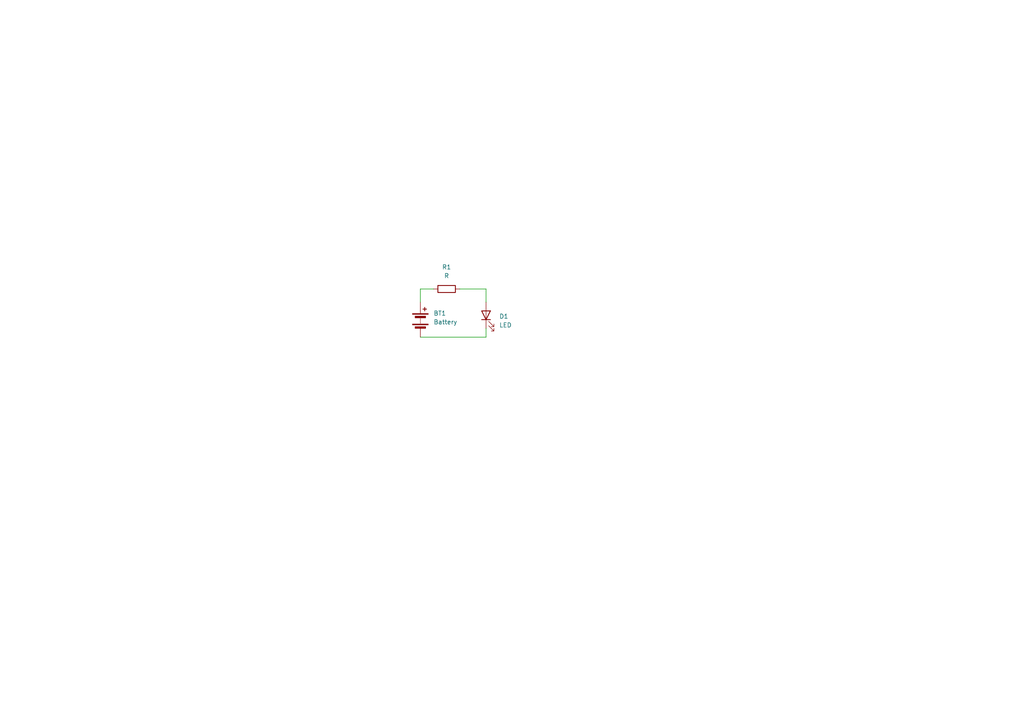
<source format=kicad_sch>
(kicad_sch (version 20231120) (generator "eeschema") (generator_version "8.0")
  (paper "A4")
  (lib_symbols
    (symbol "Device:Battery" (pin_numbers hide) (pin_names (offset 0) hide)
      (property "Reference" "BT" (at 2.54 2.54 0))
      (property "Value" "Battery" (at 2.54 0 0))
      (symbol "Battery_0_1"
        (rectangle (start -2.286 -1.27) (end 2.286 -1.524) (fill (type outline)))
        (rectangle (start -2.286 1.778) (end 2.286 1.524) (fill (type outline)))
        (rectangle (start -1.524 -2.032) (end 1.524 -2.54) (fill (type outline)))
        (rectangle (start -1.524 1.016) (end 1.524 0.508) (fill (type outline)))
        (polyline (pts (xy 0 -1.016) (xy 0 -0.762)))
        (polyline (pts (xy 0 -0.508) (xy 0 -0.254)))
        (polyline (pts (xy 0 0) (xy 0 0.254)))
        (polyline (pts (xy 0 1.778) (xy 0 2.54)))
        (polyline (pts (xy 0.762 3.048) (xy 1.778 3.048)) (stroke (width 0.254)))
        (polyline (pts (xy 1.27 3.556) (xy 1.27 2.54)) (stroke (width 0.254)))
      )
      (symbol "Battery_1_1"
        (pin passive line (at 0 5.08 270) (length 2.54) (name "+") (number "1"))
        (pin passive line (at 0 -5.08 90) (length 2.54) (name "-") (number "2"))
      )
    )
    (symbol "Device:LED" (pin_numbers hide) (pin_names (offset 1.016) hide)
      (property "Reference" "D" (at 0 2.54 0))
      (property "Value" "LED" (at 0 -2.54 0))
      (symbol "LED_0_1"
        (polyline (pts (xy -1.27 -1.27) (xy -1.27 1.27)) (stroke (width 0.254)))
        (polyline (pts (xy -1.27 0) (xy 1.27 0)))
        (polyline (pts (xy 1.27 -1.27) (xy 1.27 1.27) (xy -1.27 0) (xy 1.27 -1.27)) (stroke (width 0.254)))
        (polyline (pts (xy -3.048 -0.762) (xy -4.572 -2.286) (xy -3.81 -2.286) (xy -4.572 -2.286) (xy -4.572 -1.524)))
        (polyline (pts (xy -1.778 -0.762) (xy -3.302 -2.286) (xy -2.54 -2.286) (xy -3.302 -2.286) (xy -3.302 -1.524)))
      )
      (symbol "LED_1_1"
        (pin passive line (at -3.81 0 0) (length 2.54) (name "K") (number "1"))
        (pin passive line (at 3.81 0 180) (length 2.54) (name "A") (number "2"))
      )
    )
    (symbol "Device:R" (pin_numbers hide) (pin_names (offset 0))
      (property "Reference" "R" (at 2.032 0 90))
      (property "Value" "R" (at 0 0 90))
      (symbol "R_0_1"
        (rectangle (start -1.016 -2.54) (end 1.016 2.54) (stroke (width 0.254)))
      )
      (symbol "R_1_1"
        (pin passive line (at 0 3.81 270) (length 1.27) (name "~") (number "1"))
        (pin passive line (at 0 -3.81 90) (length 1.27) (name "~") (number "2"))
      )
    )
  )
  (wire (pts (xy 121.92 97.79) (xy 140.97 97.79)))
  (wire (pts (xy 121.92 83.82) (xy 121.92 87.63)))
  (wire (pts (xy 133.35 83.82) (xy 140.97 83.82)))
  (wire (pts (xy 125.73 83.82) (xy 121.92 83.82)))
  (wire (pts (xy 140.97 97.79) (xy 140.97 95.25)))
  (wire (pts (xy 140.97 83.82) (xy 140.97 87.63)))
  (symbol (lib_id "Device:LED") (at 140.97 91.44 90) (unit 1)
    (property "Reference" "D1" (at 144.78 91.7574 90) (effects (justify right)))
    (property "Value" "LED" (at 144.78 94.2974 90) (effects (justify right)))
    (property "Footprint" "LED_SMD:LED_0805_2012Metric" (effects (hide yes)))
    (property "Description" "Light emitting diode" (effects (hide yes)))
  )
  (symbol (lib_id "Device:R") (at 129.54 83.82 90) (unit 1)
    (property "Reference" "R1" (at 129.54 77.47 90))
    (property "Value" "R" (at 129.54 80.01 90))
    (property "Footprint" "Resistor_SMD:R_0805_2012Metric_Pad1.20x1.40mm_HandSolder" (effects (hide yes)))
    (property "Description" "Resistor" (effects (hide yes)))
  )
  (symbol (lib_id "Device:Battery") (at 121.92 92.71 0) (unit 1)
    (property "Reference" "BT1" (at 125.73 90.8684 0) (effects (justify left)))
    (property "Value" "Battery" (at 125.73 93.4084 0) (effects (justify left)))
    (property "Footprint" "FS_3_Global_Footprint_Library:MS621FE-FL11E_SEC" (effects (hide yes)))
    (property "Description" "Multiple-cell battery" (effects (hide yes)))
  )
)
</source>
